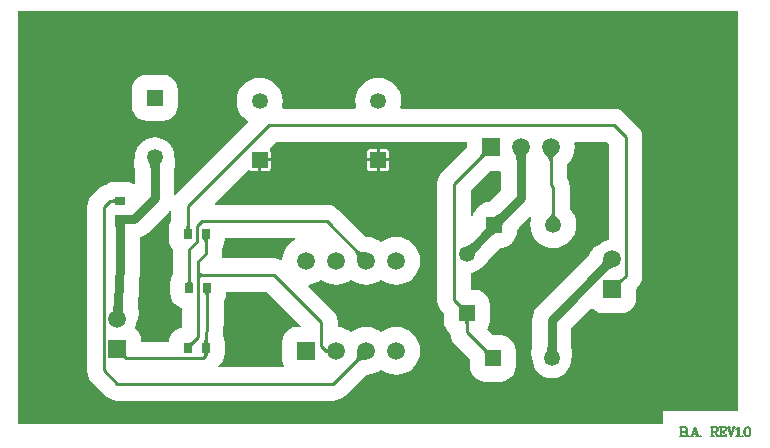
<source format=gtl>
G04 Layer_Physical_Order=1*
G04 Layer_Color=255*
%FSLAX25Y25*%
%MOIN*%
G70*
G01*
G75*
%ADD10R,0.02756X0.03543*%
%ADD11R,0.03543X0.02756*%
%ADD12C,0.01000*%
%ADD13C,0.03000*%
%ADD14C,0.00600*%
%ADD15R,0.05905X0.05905*%
%ADD16C,0.05905*%
%ADD17R,0.05315X0.05315*%
%ADD18C,0.05315*%
%ADD19R,0.05905X0.05905*%
%ADD20R,0.05315X0.05315*%
G36*
X405452Y194599D02*
X380400D01*
Y190048D01*
X165548D01*
Y327953D01*
X405452D01*
Y194599D01*
D02*
G37*
%LPC*%
G36*
X249677Y277657D02*
X246500D01*
Y274480D01*
X248657D01*
X249048Y274558D01*
X249378Y274779D01*
X249600Y275110D01*
X249677Y275500D01*
Y277657D01*
D02*
G37*
G36*
X289177D02*
X286000D01*
Y274480D01*
X288158D01*
X288548Y274558D01*
X288878Y274779D01*
X289100Y275110D01*
X289177Y275500D01*
Y277657D01*
D02*
G37*
G36*
X285000D02*
X281823D01*
Y275500D01*
X281901Y275110D01*
X282122Y274779D01*
X282452Y274558D01*
X282842Y274480D01*
X285000D01*
Y277657D01*
D02*
G37*
G36*
Y281835D02*
X282842D01*
X282452Y281757D01*
X282122Y281536D01*
X281901Y281205D01*
X281823Y280815D01*
Y278657D01*
X285000D01*
Y281835D01*
D02*
G37*
G36*
X285500Y305537D02*
X283999Y305389D01*
X282555Y304951D01*
X281225Y304240D01*
X280059Y303283D01*
X279102Y302117D01*
X278391Y300787D01*
X277953Y299344D01*
X277805Y297843D01*
X277953Y296341D01*
X278163Y295649D01*
X277866Y295248D01*
X253635D01*
X253337Y295649D01*
X253547Y296341D01*
X253695Y297843D01*
X253547Y299344D01*
X253109Y300787D01*
X252398Y302117D01*
X251441Y303283D01*
X250275Y304240D01*
X248945Y304951D01*
X247501Y305389D01*
X246000Y305537D01*
X244499Y305389D01*
X243055Y304951D01*
X241725Y304240D01*
X240559Y303283D01*
X239602Y302117D01*
X238891Y300787D01*
X238453Y299344D01*
X238305Y297843D01*
X238453Y296341D01*
X238891Y294898D01*
X239602Y293568D01*
X240559Y292402D01*
X241725Y291445D01*
X242185Y291199D01*
X242259Y290704D01*
X218172Y266617D01*
X218005Y266400D01*
X217531Y266560D01*
Y275177D01*
X217542Y275241D01*
X217548Y275495D01*
X217568Y275560D01*
X217731Y275954D01*
X217762Y276186D01*
X217831Y276410D01*
X217848Y276837D01*
X217903Y277260D01*
X217873Y277492D01*
X217882Y277726D01*
X217787Y278142D01*
X217731Y278565D01*
X217642Y278781D01*
X217590Y279010D01*
X217531Y279121D01*
Y279157D01*
X217406Y280432D01*
X217034Y281657D01*
X216431Y282786D01*
X215618Y283776D01*
X214629Y284588D01*
X213499Y285192D01*
X212274Y285563D01*
X211000Y285689D01*
X209726Y285563D01*
X208501Y285192D01*
X207371Y284588D01*
X206382Y283776D01*
X205569Y282786D01*
X204966Y281657D01*
X204594Y280432D01*
X204469Y279157D01*
Y279121D01*
X204410Y279010D01*
X204358Y278781D01*
X204269Y278565D01*
X204213Y278142D01*
X204118Y277726D01*
X204127Y277492D01*
X204097Y277260D01*
X204152Y276837D01*
X204169Y276410D01*
X204238Y276186D01*
X204269Y275954D01*
X204432Y275560D01*
X204452Y275493D01*
X204455Y275452D01*
X204457Y275308D01*
X204469Y275229D01*
Y270245D01*
X204020Y270024D01*
X203793Y270198D01*
X202577Y270702D01*
X201272Y270874D01*
X197728D01*
X196423Y270702D01*
X195207Y270198D01*
X194731Y269833D01*
X194564Y269811D01*
X193226Y269257D01*
X192077Y268375D01*
X192077Y268375D01*
X190077Y266375D01*
X189196Y265227D01*
X188642Y263889D01*
X188452Y262453D01*
Y208000D01*
X188642Y206564D01*
X189196Y205226D01*
X190077Y204077D01*
X194577Y199577D01*
X195726Y198696D01*
X197064Y198142D01*
X198500Y197952D01*
X270500D01*
X271936Y198142D01*
X273274Y198696D01*
X274423Y199577D01*
X281348Y206503D01*
X281508Y206504D01*
X281635Y206522D01*
X283059Y206662D01*
X284558Y207117D01*
X285940Y207856D01*
X286500Y208315D01*
X287060Y207856D01*
X288442Y207117D01*
X289941Y206662D01*
X291500Y206509D01*
X293059Y206662D01*
X294558Y207117D01*
X295940Y207856D01*
X297151Y208849D01*
X298145Y210060D01*
X298883Y211442D01*
X299338Y212941D01*
X299491Y214500D01*
X299338Y216059D01*
X298883Y217558D01*
X298145Y218940D01*
X297151Y220151D01*
X295940Y221145D01*
X294558Y221883D01*
X293059Y222338D01*
X291500Y222491D01*
X289941Y222338D01*
X288442Y221883D01*
X287060Y221145D01*
X286500Y220685D01*
X285940Y221145D01*
X284558Y221883D01*
X283059Y222338D01*
X281500Y222491D01*
X279941Y222338D01*
X278442Y221883D01*
X277060Y221145D01*
X276500Y220685D01*
X275940Y221145D01*
X274558Y221883D01*
X273059Y222338D01*
X272047Y222437D01*
Y224000D01*
X271858Y225436D01*
X271304Y226774D01*
X270423Y227923D01*
X270423Y227923D01*
X262220Y236125D01*
X262388Y236596D01*
X263059Y236662D01*
X264558Y237117D01*
X265940Y237856D01*
X266500Y238315D01*
X267060Y237856D01*
X268442Y237117D01*
X269941Y236662D01*
X271500Y236509D01*
X273059Y236662D01*
X274558Y237117D01*
X275940Y237856D01*
X276500Y238315D01*
X277060Y237856D01*
X278442Y237117D01*
X279941Y236662D01*
X281500Y236509D01*
X283059Y236662D01*
X284558Y237117D01*
X285940Y237856D01*
X286500Y238315D01*
X287060Y237856D01*
X288442Y237117D01*
X289941Y236662D01*
X291500Y236509D01*
X293059Y236662D01*
X294558Y237117D01*
X295940Y237856D01*
X297151Y238849D01*
X298145Y240060D01*
X298883Y241442D01*
X299338Y242941D01*
X299491Y244500D01*
X299338Y246059D01*
X298883Y247558D01*
X298145Y248940D01*
X297151Y250151D01*
X295940Y251145D01*
X294558Y251883D01*
X293059Y252338D01*
X291500Y252491D01*
X289941Y252338D01*
X288442Y251883D01*
X287060Y251145D01*
X286500Y250685D01*
X285940Y251145D01*
X284558Y251883D01*
X283059Y252338D01*
X281635Y252478D01*
X281508Y252496D01*
X281348Y252497D01*
X272223Y261623D01*
X271074Y262504D01*
X269736Y263058D01*
X268300Y263247D01*
X231146D01*
X230955Y263709D01*
X242022Y274777D01*
X242622Y274779D01*
X242952Y274558D01*
X243342Y274480D01*
X245500D01*
Y278157D01*
X246000D01*
Y278657D01*
X249677D01*
Y280815D01*
X249600Y281205D01*
X249378Y281536D01*
X249381Y282136D01*
X251398Y284153D01*
X315004D01*
Y282349D01*
X306877Y274223D01*
X305996Y273074D01*
X305442Y271736D01*
X305253Y270300D01*
Y231357D01*
X305442Y229922D01*
X305996Y228584D01*
X306877Y227435D01*
X307299Y227013D01*
Y224500D01*
X307471Y223195D01*
X307975Y221978D01*
X308776Y220934D01*
X309488Y220388D01*
X309642Y219222D01*
X310196Y217884D01*
X311077Y216735D01*
X315957Y211855D01*
Y209343D01*
X316129Y208037D01*
X316632Y206821D01*
X317434Y205777D01*
X318478Y204975D01*
X319695Y204471D01*
X321000Y204299D01*
X326315D01*
X327620Y204471D01*
X328836Y204975D01*
X329881Y205777D01*
X330682Y206821D01*
X331186Y208037D01*
X331358Y209343D01*
Y214657D01*
X331186Y215963D01*
X330682Y217179D01*
X329881Y218224D01*
X328836Y219025D01*
X327620Y219529D01*
X326315Y219701D01*
X323802D01*
X321808Y221695D01*
X322025Y221978D01*
X322529Y223195D01*
X322701Y224500D01*
Y229815D01*
X322529Y231120D01*
X322025Y232336D01*
X321223Y233381D01*
X320179Y234182D01*
X318963Y234686D01*
X317657Y234858D01*
X316348D01*
Y240459D01*
X317499Y240808D01*
X318629Y241412D01*
X319618Y242224D01*
X319644Y242250D01*
X319764Y242287D01*
X319963Y242412D01*
X320179Y242502D01*
X320517Y242761D01*
X320878Y242989D01*
X321038Y243161D01*
X321223Y243303D01*
X321483Y243642D01*
X321773Y243954D01*
X321882Y244162D01*
X322025Y244348D01*
X322188Y244742D01*
X322221Y244804D01*
X322248Y244835D01*
X322349Y244938D01*
X322396Y245002D01*
X325422Y248027D01*
X325469Y248062D01*
X325489Y248085D01*
X325513Y248104D01*
X326029Y248601D01*
X326269Y248813D01*
X326553Y248851D01*
X326846Y248847D01*
X327203Y248938D01*
X327568Y248986D01*
X327838Y249098D01*
X328122Y249170D01*
X328443Y249350D01*
X328783Y249492D01*
X329015Y249670D01*
X329271Y249813D01*
X329535Y250070D01*
X329827Y250295D01*
X330005Y250527D01*
X330214Y250731D01*
X330403Y251048D01*
X330627Y251340D01*
X330738Y251611D01*
X330888Y251862D01*
X330963Y252127D01*
X331157Y252380D01*
X331258Y252623D01*
X331396Y252848D01*
X331509Y253229D01*
X331661Y253597D01*
X331696Y253857D01*
X331770Y254110D01*
X331781Y254507D01*
X331827Y254856D01*
X332070Y255143D01*
X332551Y255641D01*
X332595Y255700D01*
X336156Y259261D01*
X336598Y258997D01*
X336296Y258001D01*
X336148Y256500D01*
X336296Y254999D01*
X336734Y253555D01*
X337445Y252225D01*
X338402Y251059D01*
X339568Y250102D01*
X340898Y249391D01*
X342341Y248953D01*
X343843Y248805D01*
X345344Y248953D01*
X346787Y249391D01*
X348117Y250102D01*
X349283Y251059D01*
X350240Y252225D01*
X350951Y253555D01*
X351389Y254999D01*
X351537Y256500D01*
X351389Y258001D01*
X350951Y259445D01*
X350240Y260775D01*
X349518Y261655D01*
X349390Y261832D01*
Y269000D01*
X349390Y269000D01*
X349201Y270436D01*
X348647Y271774D01*
X348548Y271903D01*
Y276738D01*
X348659Y276852D01*
X348737Y276954D01*
X349644Y278060D01*
X350383Y279442D01*
X350838Y280941D01*
X350991Y282500D01*
X350878Y283652D01*
X351311Y284153D01*
X361702D01*
X362453Y283402D01*
Y251428D01*
X362226Y251406D01*
X361000Y251034D01*
X359871Y250431D01*
X359064Y249768D01*
X358778Y249650D01*
X358303Y249487D01*
X358172Y249398D01*
X358026Y249338D01*
X357628Y249032D01*
X357211Y248752D01*
X357107Y248633D01*
X356981Y248536D01*
X356676Y248138D01*
X356346Y247760D01*
X356276Y247618D01*
X356180Y247492D01*
X355988Y247028D01*
X355767Y246577D01*
X355752Y246502D01*
X355716Y246452D01*
X338724Y229461D01*
X337912Y228471D01*
X337308Y227342D01*
X336937Y226117D01*
X336811Y224843D01*
Y215980D01*
X336801Y215916D01*
X336795Y215663D01*
X336774Y215597D01*
X336611Y215203D01*
X336580Y214971D01*
X336511Y214747D01*
X336495Y214321D01*
X336439Y213898D01*
X336470Y213666D01*
X336461Y213432D01*
X336555Y213016D01*
X336611Y212593D01*
X336701Y212376D01*
X336753Y212148D01*
X336811Y212037D01*
Y212000D01*
X336937Y210726D01*
X337308Y209501D01*
X337912Y208371D01*
X338724Y207382D01*
X339714Y206569D01*
X340843Y205966D01*
X342068Y205594D01*
X343343Y205469D01*
X344617Y205594D01*
X345842Y205966D01*
X346971Y206569D01*
X347961Y207382D01*
X348773Y208371D01*
X349377Y209501D01*
X349748Y210726D01*
X349874Y212000D01*
Y212037D01*
X349933Y212148D01*
X349985Y212376D01*
X350074Y212593D01*
X350130Y213016D01*
X350224Y213432D01*
X350215Y213666D01*
X350246Y213898D01*
X350190Y214321D01*
X350174Y214747D01*
X350105Y214971D01*
X350074Y215203D01*
X349911Y215597D01*
X349890Y215664D01*
X349887Y215706D01*
X349885Y215850D01*
X349874Y215928D01*
Y222137D01*
X356382Y228645D01*
X356881Y228612D01*
X356981Y228481D01*
X358026Y227680D01*
X359242Y227176D01*
X360547Y227004D01*
X366453D01*
X367758Y227176D01*
X368974Y227680D01*
X370019Y228481D01*
X370820Y229526D01*
X371324Y230742D01*
X371496Y232047D01*
Y235151D01*
X371923Y235577D01*
X372804Y236726D01*
X373358Y238064D01*
X373548Y239500D01*
Y285700D01*
X373358Y287136D01*
X372804Y288474D01*
X371923Y289623D01*
X371923Y289623D01*
X367923Y293623D01*
X366774Y294504D01*
X365436Y295058D01*
X364000Y295248D01*
X293134D01*
X292837Y295649D01*
X293047Y296341D01*
X293195Y297843D01*
X293047Y299344D01*
X292609Y300787D01*
X291898Y302117D01*
X290941Y303283D01*
X289775Y304240D01*
X288445Y304951D01*
X287001Y305389D01*
X285500Y305537D01*
D02*
G37*
G36*
X213657Y306543D02*
X208343D01*
X207037Y306371D01*
X205821Y305868D01*
X204777Y305066D01*
X203975Y304022D01*
X203471Y302805D01*
X203299Y301500D01*
Y296185D01*
X203471Y294880D01*
X203975Y293664D01*
X204777Y292619D01*
X205821Y291818D01*
X207037Y291314D01*
X208343Y291142D01*
X213657D01*
X214963Y291314D01*
X216179Y291818D01*
X217224Y292619D01*
X218025Y293664D01*
X218529Y294880D01*
X218701Y296185D01*
Y301500D01*
X218529Y302805D01*
X218025Y304022D01*
X217224Y305066D01*
X216179Y305868D01*
X214963Y306371D01*
X213657Y306543D01*
D02*
G37*
G36*
X288158Y281835D02*
X286000D01*
Y278657D01*
X289177D01*
Y280815D01*
X289100Y281205D01*
X288878Y281536D01*
X288548Y281757D01*
X288158Y281835D01*
D02*
G37*
%LPD*%
G36*
X216547Y261272D02*
Y258051D01*
X216349Y257793D01*
X215845Y256577D01*
X215673Y255272D01*
Y251728D01*
X215845Y250423D01*
X216349Y249207D01*
X217047Y248297D01*
Y240051D01*
X216849Y239793D01*
X216345Y238577D01*
X216173Y237272D01*
Y233728D01*
X216345Y232423D01*
X216849Y231207D01*
X217650Y230162D01*
X218695Y229361D01*
X219911Y228857D01*
X220000Y228845D01*
Y222227D01*
X219364Y222143D01*
X218148Y221639D01*
X217103Y220838D01*
X216302Y219793D01*
X215798Y218577D01*
X215662Y217547D01*
X206496D01*
Y217953D01*
X206324Y219258D01*
X205820Y220474D01*
X205019Y221519D01*
X204318Y222057D01*
X204384Y222164D01*
X204824Y223366D01*
X204985Y224399D01*
X205119Y224677D01*
X205365Y225115D01*
X205404Y225268D01*
X205472Y225411D01*
X205566Y225904D01*
X205690Y226391D01*
X205688Y226549D01*
X205718Y226704D01*
X205680Y227205D01*
X205674Y227707D01*
X205631Y227859D01*
X205620Y228017D01*
X205454Y228491D01*
X205318Y228975D01*
X205279Y229040D01*
X205274Y229102D01*
X206021Y242332D01*
X206013Y242516D01*
X206031Y242700D01*
Y252371D01*
X206500Y252513D01*
X207629Y253116D01*
X208618Y253929D01*
X215618Y260929D01*
X216047Y261451D01*
X216547Y261272D01*
D02*
G37*
G36*
X315905Y224503D02*
X315820Y224473D01*
X315745Y224423D01*
X315680Y224353D01*
X315625Y224263D01*
X315580Y224153D01*
X315545Y224023D01*
X315520Y223873D01*
X315505Y223703D01*
X315500Y223513D01*
X314500D01*
X314495Y223703D01*
X314480Y223873D01*
X314455Y224023D01*
X314420Y224153D01*
X314375Y224263D01*
X314320Y224353D01*
X314255Y224423D01*
X314180Y224473D01*
X314095Y224503D01*
X314000Y224513D01*
X316000D01*
X315905Y224503D01*
D02*
G37*
G36*
X200241Y229223D02*
X200229Y228905D01*
X200242Y228330D01*
X200267Y228075D01*
X200305Y227841D01*
X200355Y227628D01*
X200418Y227436D01*
X200494Y227266D01*
X200582Y227117D01*
X200683Y226989D01*
X196555Y227222D01*
X196670Y227338D01*
X196774Y227476D01*
X196868Y227637D01*
X196952Y227820D01*
X197027Y228026D01*
X197091Y228254D01*
X197144Y228505D01*
X197188Y228779D01*
X197246Y229393D01*
X200241Y229223D01*
D02*
G37*
G36*
X312562Y230310D02*
X312931Y229996D01*
X313094Y229882D01*
X313242Y229796D01*
X313377Y229738D01*
X313496Y229709D01*
X313602Y229707D01*
X313693Y229734D01*
X313770Y229790D01*
X312368Y228388D01*
X312423Y228464D01*
X312450Y228555D01*
X312449Y228661D01*
X312419Y228781D01*
X312362Y228915D01*
X312276Y229064D01*
X312161Y229227D01*
X312018Y229404D01*
X311648Y229802D01*
X312355Y230509D01*
X312562Y230310D01*
D02*
G37*
G36*
X367147Y237940D02*
X366948Y237734D01*
X366634Y237365D01*
X366520Y237201D01*
X366434Y237053D01*
X366376Y236919D01*
X366347Y236799D01*
X366345Y236693D01*
X366372Y236602D01*
X366428Y236526D01*
X365026Y237928D01*
X365102Y237872D01*
X365193Y237845D01*
X365299Y237846D01*
X365419Y237876D01*
X365553Y237934D01*
X365702Y238020D01*
X365864Y238134D01*
X366042Y238277D01*
X366440Y238647D01*
X367147Y237940D01*
D02*
G37*
G36*
X223099Y238066D02*
X223114Y237894D01*
X223139Y237742D01*
X223174Y237611D01*
X223219Y237500D01*
X223274Y237409D01*
X223339Y237338D01*
X223414Y237287D01*
X223499Y237257D01*
X223594Y237247D01*
X221594D01*
X221689Y237257D01*
X221774Y237287D01*
X221849Y237338D01*
X221914Y237409D01*
X221969Y237500D01*
X222014Y237611D01*
X222049Y237742D01*
X222074Y237894D01*
X222089Y238066D01*
X222094Y238259D01*
X223094D01*
X223099Y238066D01*
D02*
G37*
G36*
X229405Y233731D02*
X229320Y233701D01*
X229245Y233651D01*
X229180Y233581D01*
X229125Y233491D01*
X229080Y233381D01*
X229045Y233251D01*
X229020Y233101D01*
X229005Y232931D01*
X229000Y232741D01*
X228000D01*
X227995Y232931D01*
X227980Y233101D01*
X227955Y233251D01*
X227920Y233381D01*
X227875Y233491D01*
X227820Y233581D01*
X227755Y233651D01*
X227680Y233701D01*
X227595Y233731D01*
X227500Y233741D01*
X229500D01*
X229405Y233731D01*
D02*
G37*
G36*
X228592Y218065D02*
X228598Y217894D01*
X228615Y217742D01*
X228643Y217611D01*
X228682Y217499D01*
X228733Y217408D01*
X228794Y217338D01*
X228867Y217287D01*
X228951Y217257D01*
X229045Y217247D01*
X227043D01*
X227138Y217257D01*
X227225Y217287D01*
X227302Y217338D01*
X227371Y217408D01*
X227431Y217499D01*
X227482Y217611D01*
X227523Y217742D01*
X227556Y217894D01*
X227580Y218065D01*
X227595Y218257D01*
X228596D01*
X228592Y218065D01*
D02*
G37*
G36*
X228648Y213734D02*
X228607Y213712D01*
X228571Y213675D01*
X228540Y213623D01*
X228513Y213556D01*
X228491Y213474D01*
X228474Y213378D01*
X228462Y213267D01*
X228453Y213000D01*
X227453D01*
X227450Y213141D01*
X227431Y213378D01*
X227414Y213474D01*
X227393Y213556D01*
X227366Y213623D01*
X227334Y213675D01*
X227298Y213712D01*
X227257Y213734D01*
X227211Y213741D01*
X228694D01*
X228648Y213734D01*
D02*
G37*
G36*
X281470Y211547D02*
X281046Y211544D01*
X280286Y211493D01*
X279949Y211444D01*
X279642Y211381D01*
X279363Y211302D01*
X279115Y211208D01*
X278895Y211099D01*
X278704Y210975D01*
X278543Y210836D01*
X277836Y211543D01*
X277975Y211704D01*
X278099Y211895D01*
X278208Y212115D01*
X278302Y212364D01*
X278380Y212642D01*
X278444Y212949D01*
X278493Y213285D01*
X278544Y214046D01*
X278547Y214471D01*
X281470Y211547D01*
D02*
G37*
G36*
X259697Y222958D02*
X259506Y222496D01*
X258547D01*
X257242Y222324D01*
X256026Y221820D01*
X254981Y221019D01*
X254180Y219974D01*
X253676Y218758D01*
X253504Y217453D01*
Y211547D01*
X253676Y210242D01*
X253998Y209463D01*
X253721Y209048D01*
X232483D01*
X232236Y209547D01*
X232438Y209810D01*
X232897Y210162D01*
X233698Y211207D01*
X234202Y212423D01*
X234374Y213728D01*
Y217272D01*
X234202Y218577D01*
X233727Y219724D01*
X234040Y225760D01*
X234029Y225904D01*
X234048Y226047D01*
Y230949D01*
X234245Y231207D01*
X234749Y232423D01*
X234921Y233728D01*
Y234253D01*
X248402D01*
X259697Y222958D01*
D02*
G37*
G36*
X321219Y215152D02*
X321588Y214839D01*
X321751Y214724D01*
X321900Y214638D01*
X322034Y214581D01*
X322154Y214551D01*
X322259Y214550D01*
X322350Y214577D01*
X322427Y214633D01*
X321025Y213230D01*
X321080Y213307D01*
X321107Y213398D01*
X321106Y213504D01*
X321077Y213623D01*
X321019Y213758D01*
X320933Y213906D01*
X320818Y214069D01*
X320676Y214247D01*
X320306Y214645D01*
X321013Y215352D01*
X321219Y215152D01*
D02*
G37*
G36*
X224119Y217165D02*
X223924Y216963D01*
X223616Y216599D01*
X223503Y216438D01*
X223418Y216290D01*
X223359Y216155D01*
X223329Y216034D01*
X223325Y215926D01*
X223349Y215832D01*
X223400Y215751D01*
X222092Y217247D01*
X222164Y217187D01*
X222252Y217157D01*
X222355Y217156D01*
X222474Y217184D01*
X222607Y217241D01*
X222756Y217328D01*
X222921Y217443D01*
X223100Y217588D01*
X223506Y217966D01*
X224119Y217165D01*
D02*
G37*
G36*
X344846Y215493D02*
X344900Y214748D01*
X344933Y214547D01*
X344972Y214370D01*
X345019Y214216D01*
X345073Y214086D01*
X345134Y213980D01*
X345203Y213898D01*
X341482D01*
X341551Y213980D01*
X341612Y214086D01*
X341666Y214216D01*
X341713Y214370D01*
X341753Y214547D01*
X341785Y214748D01*
X341828Y215221D01*
X341843Y215788D01*
X344843D01*
X344846Y215493D01*
D02*
G37*
G36*
X268617Y213861D02*
X268605Y213888D01*
X268583Y213911D01*
X268549Y213932D01*
X268504Y213950D01*
X268447Y213965D01*
X268380Y213978D01*
X268302Y213987D01*
X268112Y213999D01*
X268000Y214000D01*
Y215000D01*
X268112Y215001D01*
X268380Y215022D01*
X268447Y215035D01*
X268504Y215050D01*
X268549Y215068D01*
X268583Y215089D01*
X268605Y215112D01*
X268617Y215139D01*
Y213861D01*
D02*
G37*
G36*
X226057Y241110D02*
X226087Y240940D01*
X226137Y240790D01*
X226207Y240660D01*
X226297Y240550D01*
X226407Y240460D01*
X226537Y240390D01*
X226687Y240340D01*
X226857Y240310D01*
X227047Y240300D01*
Y239300D01*
X226857Y239290D01*
X226687Y239260D01*
X226537Y239210D01*
X226407Y239140D01*
X226297Y239050D01*
X226207Y238940D01*
X226137Y238810D01*
X226087Y238660D01*
X226057Y238490D01*
X226047Y238300D01*
X225047Y239800D01*
X226047Y241300D01*
X226057Y241110D01*
D02*
G37*
G36*
X326469Y274193D02*
Y268048D01*
X323410Y264989D01*
X323369Y264960D01*
X322519Y264170D01*
X322165Y264124D01*
X321767Y264113D01*
X321515Y264038D01*
X321254Y264004D01*
X320886Y263851D01*
X320505Y263738D01*
X320281Y263601D01*
X320038Y263500D01*
X319722Y263258D01*
X319383Y263050D01*
X319202Y262859D01*
X318993Y262699D01*
X318751Y262383D01*
X318477Y262094D01*
X318352Y261863D01*
X318192Y261654D01*
X318039Y261286D01*
X317962Y261143D01*
X317849Y261010D01*
X317554Y260722D01*
X317427Y260509D01*
X317267Y260319D01*
X317091Y259946D01*
X316880Y259591D01*
X316847Y259475D01*
X316348Y259544D01*
Y268002D01*
X322849Y274504D01*
X325953D01*
X326093Y274522D01*
X326469Y274193D01*
D02*
G37*
G36*
X197753Y263453D02*
X197743Y263548D01*
X197713Y263633D01*
X197662Y263708D01*
X197591Y263773D01*
X197500Y263828D01*
X197389Y263873D01*
X197257Y263908D01*
X197106Y263933D01*
X196934Y263948D01*
X196741Y263953D01*
Y264953D01*
X196934Y264958D01*
X197106Y264973D01*
X197257Y264998D01*
X197389Y265033D01*
X197500Y265078D01*
X197591Y265133D01*
X197662Y265198D01*
X197713Y265273D01*
X197743Y265358D01*
X197753Y265453D01*
Y263453D01*
D02*
G37*
G36*
X344356Y260506D02*
X344397Y260301D01*
X344465Y260088D01*
X344560Y259868D01*
X344683Y259641D01*
X344832Y259407D01*
X345009Y259165D01*
X345213Y258917D01*
X345703Y258398D01*
X341982D01*
X342241Y258661D01*
X342676Y259165D01*
X342853Y259407D01*
X343003Y259641D01*
X343125Y259868D01*
X343220Y260088D01*
X343288Y260301D01*
X343329Y260506D01*
X343343Y260704D01*
X344343D01*
X344356Y260506D01*
D02*
G37*
G36*
X328923Y259144D02*
X328328Y258528D01*
X327392Y257424D01*
X327052Y256935D01*
X326796Y256490D01*
X326625Y256087D01*
X326539Y255727D01*
X326538Y255409D01*
X326621Y255134D01*
X326790Y254902D01*
X322559Y259133D01*
X322792Y258964D01*
X323066Y258880D01*
X323384Y258881D01*
X323744Y258968D01*
X324147Y259138D01*
X324593Y259394D01*
X325081Y259735D01*
X325612Y260160D01*
X326802Y261266D01*
X328923Y259144D01*
D02*
G37*
G36*
X334959Y280269D02*
X334863Y280125D01*
X334778Y279959D01*
X334704Y279772D01*
X334642Y279562D01*
X334591Y279330D01*
X334551Y279077D01*
X334523Y278801D01*
X334500Y278185D01*
X331500D01*
X331494Y278504D01*
X331449Y279077D01*
X331409Y279330D01*
X331358Y279562D01*
X331296Y279772D01*
X331222Y279959D01*
X331137Y280125D01*
X331041Y280269D01*
X330933Y280391D01*
X335067D01*
X334959Y280269D01*
D02*
G37*
G36*
X321474Y279560D02*
X321397Y279617D01*
X321305Y279645D01*
X321199D01*
X321078Y279617D01*
X320944Y279560D01*
X320796Y279475D01*
X320633Y279362D01*
X320456Y279221D01*
X320060Y278853D01*
X319353Y279560D01*
X319551Y279765D01*
X319862Y280133D01*
X319975Y280296D01*
X320060Y280444D01*
X320117Y280578D01*
X320145Y280699D01*
Y280805D01*
X320117Y280897D01*
X320060Y280974D01*
X321474Y279560D01*
D02*
G37*
G36*
X212792Y277177D02*
X212731Y277071D01*
X212677Y276941D01*
X212630Y276788D01*
X212590Y276610D01*
X212558Y276410D01*
X212514Y275937D01*
X212500Y275369D01*
X209500D01*
X209496Y275665D01*
X209442Y276410D01*
X209410Y276610D01*
X209370Y276788D01*
X209324Y276941D01*
X209269Y277071D01*
X209208Y277177D01*
X209140Y277260D01*
X212860D01*
X212792Y277177D01*
D02*
G37*
G36*
X344769Y280089D02*
X344268Y279515D01*
X344064Y279242D01*
X343892Y278980D01*
X343751Y278728D01*
X343641Y278485D01*
X343563Y278253D01*
X343516Y278031D01*
X343500Y277818D01*
X342500D01*
X342484Y278031D01*
X342437Y278253D01*
X342359Y278485D01*
X342249Y278728D01*
X342108Y278980D01*
X341936Y279242D01*
X341732Y279515D01*
X341231Y280089D01*
X340933Y280391D01*
X345067D01*
X344769Y280089D01*
D02*
G37*
G36*
X258011Y251653D02*
X257060Y251145D01*
X255849Y250151D01*
X254855Y248940D01*
X254117Y247558D01*
X253662Y246059D01*
X253569Y245106D01*
X253034Y244786D01*
X252136Y245158D01*
X250700Y245347D01*
X233794D01*
X233402Y245848D01*
X233547Y246953D01*
Y248949D01*
X233745Y249207D01*
X234249Y250423D01*
X234421Y251728D01*
Y252152D01*
X257886D01*
X258011Y251653D01*
D02*
G37*
G36*
X318739Y248461D02*
X318533Y248249D01*
X318044Y247684D01*
X317925Y247519D01*
X317828Y247366D01*
X317753Y247224D01*
X317699Y247094D01*
X317667Y246976D01*
X317657Y246869D01*
X315027Y249500D01*
X315133Y249510D01*
X315252Y249542D01*
X315382Y249595D01*
X315523Y249671D01*
X315677Y249768D01*
X315842Y249887D01*
X316207Y250191D01*
X316618Y250582D01*
X318739Y248461D01*
D02*
G37*
G36*
X363471Y242047D02*
X363308Y242037D01*
X363138Y242004D01*
X362961Y241946D01*
X362776Y241866D01*
X362583Y241761D01*
X362384Y241634D01*
X362176Y241483D01*
X361961Y241308D01*
X361509Y240888D01*
X359388Y243009D01*
X359610Y243239D01*
X359983Y243676D01*
X360134Y243883D01*
X360262Y244083D01*
X360366Y244276D01*
X360446Y244461D01*
X360504Y244638D01*
X360537Y244808D01*
X360547Y244970D01*
X363471Y242047D01*
D02*
G37*
G36*
X278704Y248025D02*
X278895Y247901D01*
X279115Y247792D01*
X279363Y247698D01*
X279642Y247620D01*
X279949Y247556D01*
X280286Y247507D01*
X281046Y247456D01*
X281470Y247453D01*
X278547Y244530D01*
X278544Y244954D01*
X278493Y245714D01*
X278444Y246051D01*
X278380Y246358D01*
X278302Y246637D01*
X278208Y246885D01*
X278099Y247105D01*
X277975Y247296D01*
X277836Y247457D01*
X278543Y248164D01*
X278704Y248025D01*
D02*
G37*
G36*
X201209Y257152D02*
X201166Y257062D01*
X201127Y256912D01*
X201093Y256702D01*
X201065Y256432D01*
X201010Y255262D01*
X201000Y254182D01*
X198000D01*
X197997Y254752D01*
X197873Y256912D01*
X197835Y257062D01*
X197791Y257152D01*
X197741Y257182D01*
X201259D01*
X201209Y257152D01*
D02*
G37*
G36*
X222599Y256066D02*
X222614Y255894D01*
X222639Y255743D01*
X222674Y255611D01*
X222719Y255500D01*
X222774Y255409D01*
X222839Y255338D01*
X222914Y255287D01*
X222999Y255257D01*
X223094Y255247D01*
X221094D01*
X221189Y255257D01*
X221274Y255287D01*
X221349Y255338D01*
X221414Y255409D01*
X221469Y255500D01*
X221514Y255611D01*
X221549Y255743D01*
X221574Y255894D01*
X221589Y256066D01*
X221594Y256259D01*
X222594D01*
X222599Y256066D01*
D02*
G37*
G36*
X228905Y251731D02*
X228820Y251701D01*
X228745Y251651D01*
X228680Y251581D01*
X228625Y251491D01*
X228580Y251381D01*
X228545Y251251D01*
X228520Y251101D01*
X228505Y250931D01*
X228500Y250741D01*
X227500D01*
X227495Y250931D01*
X227480Y251101D01*
X227455Y251251D01*
X227420Y251381D01*
X227375Y251491D01*
X227320Y251581D01*
X227255Y251651D01*
X227180Y251701D01*
X227095Y251731D01*
X227000Y251741D01*
X229000D01*
X228905Y251731D01*
D02*
G37*
G36*
X326255Y253855D02*
X326000Y254003D01*
X325706Y254070D01*
X325376Y254058D01*
X325008Y253965D01*
X324602Y253793D01*
X324159Y253541D01*
X323679Y253209D01*
X323161Y252797D01*
X322606Y252306D01*
X322013Y251734D01*
X319392Y253356D01*
X320008Y253993D01*
X320971Y255126D01*
X321318Y255622D01*
X321575Y256070D01*
X321743Y256470D01*
X321820Y256823D01*
X321808Y257129D01*
X321705Y257387D01*
X321513Y257598D01*
X326255Y253855D01*
D02*
G37*
D10*
X228500Y235500D02*
D03*
X222594D02*
D03*
X228000Y253500D02*
D03*
X222094D02*
D03*
X227953Y215500D02*
D03*
X222047D02*
D03*
D11*
X199500Y264453D02*
D03*
Y258547D02*
D03*
D12*
X343843Y256500D02*
Y269000D01*
X343000Y269843D02*
X343843Y269000D01*
X343000Y269843D02*
Y282500D01*
X310800Y231357D02*
X315000Y227157D01*
X310800Y231357D02*
Y270300D01*
X323000Y282500D01*
X227953Y213000D02*
Y215500D01*
X226953Y212000D02*
X227953Y213000D01*
X201500Y212000D02*
X226953D01*
X198500Y215000D02*
X201500Y212000D01*
X363500Y235000D02*
X368000Y239500D01*
Y285700D01*
X364000Y289700D02*
X368000Y285700D01*
X249100Y289700D02*
X364000D01*
X222094Y262694D02*
X249100Y289700D01*
X222094Y253500D02*
Y262694D01*
X222594Y235500D02*
Y248400D01*
X225100Y250906D01*
Y256000D01*
X226800Y257700D01*
X268300D01*
X281500Y244500D01*
X225547D02*
X228000Y246953D01*
Y253500D01*
X270500Y203500D02*
X281500Y214500D01*
X198500Y203500D02*
X270500D01*
X194000Y208000D02*
X198500Y203500D01*
X194000Y208000D02*
Y262453D01*
X196000Y264453D01*
X199500D01*
X227953Y215500D02*
X228500Y226047D01*
Y235500D01*
X222047Y215500D02*
Y215800D01*
X225547Y219300D01*
Y239800D01*
X250700D01*
X266500Y224000D01*
Y216000D02*
Y224000D01*
Y216000D02*
X268000Y214500D01*
X271500D01*
X315000Y220657D02*
X323657Y212000D01*
X315000Y220657D02*
Y227157D01*
X225547Y239800D02*
Y244500D01*
D13*
X343343Y212000D02*
Y224843D01*
X363500Y245000D01*
X211000Y265547D02*
Y279157D01*
X204000Y258547D02*
X211000Y265547D01*
X199500Y258547D02*
X204000D01*
X198500Y225000D02*
X199500Y242700D01*
Y258547D01*
X315000Y246843D02*
X324157Y256000D01*
Y256500D01*
X333000Y265343D01*
Y282500D01*
D14*
X386428Y188999D02*
Y186000D01*
X386571Y188999D02*
Y186000D01*
X386000Y188999D02*
X387714D01*
X388142Y188856D01*
X388285Y188714D01*
X388428Y188428D01*
Y188142D01*
X388285Y187857D01*
X388142Y187714D01*
X387714Y187571D01*
Y188999D02*
X388000Y188856D01*
X388142Y188714D01*
X388285Y188428D01*
Y188142D01*
X388142Y187857D01*
X388000Y187714D01*
X387714Y187571D01*
X386571D02*
X387714D01*
X388142Y187428D01*
X388285Y187285D01*
X388428Y187000D01*
Y186571D01*
X388285Y186286D01*
X388142Y186143D01*
X387714Y186000D01*
X386000D01*
X387714Y187571D02*
X388000Y187428D01*
X388142Y187285D01*
X388285Y187000D01*
Y186571D01*
X388142Y186286D01*
X388000Y186143D01*
X387714Y186000D01*
X388971Y186286D02*
X388828Y186143D01*
X388971Y186000D01*
X389114Y186143D01*
X388971Y186286D01*
X391013Y188999D02*
X390013Y186000D01*
X391013Y188999D02*
X392013Y186000D01*
X391013Y188571D02*
X391870Y186000D01*
X390299Y186857D02*
X391584D01*
X389728Y186000D02*
X390585D01*
X391442D02*
X392299D01*
X392827Y186286D02*
X392684Y186143D01*
X392827Y186000D01*
X392970Y186143D01*
X392827Y186286D01*
X396712Y188999D02*
Y186000D01*
X396855Y188999D02*
Y186000D01*
X396284Y188999D02*
X397997D01*
X398426Y188856D01*
X398569Y188714D01*
X398712Y188428D01*
Y188142D01*
X398569Y187857D01*
X398426Y187714D01*
X397997Y187571D01*
X396855D01*
X397997Y188999D02*
X398283Y188856D01*
X398426Y188714D01*
X398569Y188428D01*
Y188142D01*
X398426Y187857D01*
X398283Y187714D01*
X397997Y187571D01*
X396284Y186000D02*
X397283D01*
X397569Y187571D02*
X397855Y187428D01*
X397997Y187285D01*
X398426Y186286D01*
X398569Y186143D01*
X398712D01*
X398854Y186286D01*
X397855Y187428D02*
X397997Y187143D01*
X398283Y186143D01*
X398426Y186000D01*
X398712D01*
X398854Y186286D01*
Y186428D01*
X399669Y188999D02*
Y186000D01*
X399811Y188999D02*
Y186000D01*
X400668Y188142D02*
Y187000D01*
X399240Y188999D02*
X401525D01*
Y188142D01*
X401382Y188999D01*
X399811Y187571D02*
X400668D01*
X399240Y186000D02*
X401525D01*
Y186857D01*
X401382Y186000D01*
X402225Y188999D02*
X403225Y186000D01*
X402368Y188999D02*
X403225Y186428D01*
X404225Y188999D02*
X403225Y186000D01*
X401939Y188999D02*
X402796D01*
X403653D02*
X404510D01*
X404896Y188428D02*
X405182Y188571D01*
X405610Y188999D01*
Y186000D01*
X405467Y188856D02*
Y186000D01*
X404896D02*
X406181D01*
X406838Y186286D02*
X406696Y186143D01*
X406838Y186000D01*
X406981Y186143D01*
X406838Y186286D01*
X408452Y188999D02*
X408024Y188856D01*
X407738Y188428D01*
X407595Y187714D01*
Y187285D01*
X407738Y186571D01*
X408024Y186143D01*
X408452Y186000D01*
X408738D01*
X409166Y186143D01*
X409452Y186571D01*
X409595Y187285D01*
Y187714D01*
X409452Y188428D01*
X409166Y188856D01*
X408738Y188999D01*
X408452D01*
X408167Y188856D01*
X408024Y188714D01*
X407881Y188428D01*
X407738Y187714D01*
Y187285D01*
X407881Y186571D01*
X408024Y186286D01*
X408167Y186143D01*
X408452Y186000D01*
X408738D02*
X409024Y186143D01*
X409166Y186286D01*
X409309Y186571D01*
X409452Y187285D01*
Y187714D01*
X409309Y188428D01*
X409166Y188714D01*
X409024Y188856D01*
X408738Y188999D01*
D15*
X363500Y235000D02*
D03*
X261500Y214500D02*
D03*
X198500Y215000D02*
D03*
D16*
X363500Y245000D02*
D03*
X291500Y244500D02*
D03*
X281500D02*
D03*
X271500D02*
D03*
X261500D02*
D03*
X291500Y214500D02*
D03*
X281500D02*
D03*
X271500D02*
D03*
X343000Y282500D02*
D03*
X333000D02*
D03*
X198500Y225000D02*
D03*
D17*
X211000Y298843D02*
D03*
X315000Y227157D02*
D03*
X246000Y278157D02*
D03*
X285500D02*
D03*
D18*
X211000Y279157D02*
D03*
X343843Y256500D02*
D03*
X343343Y212000D02*
D03*
X315000Y246843D02*
D03*
X246000Y297843D02*
D03*
X285500D02*
D03*
D19*
X323000Y282500D02*
D03*
D20*
X324157Y256500D02*
D03*
X323657Y212000D02*
D03*
M02*

</source>
